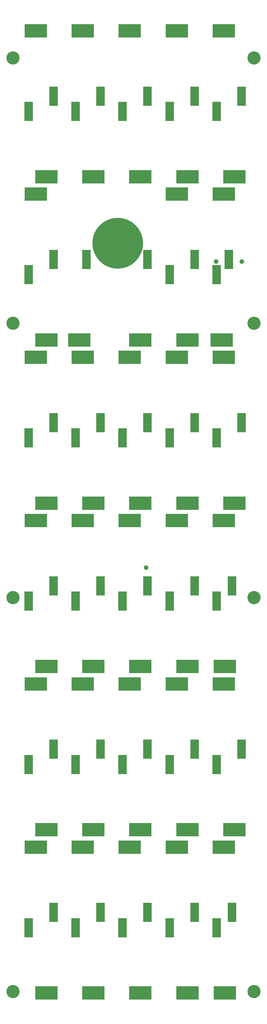
<source format=gts>
%FSLAX44Y44*%
%MOMM*%
G71*
G01*
G75*
G04 Layer_Color=8388736*
%ADD10R,2.5000X6.0000*%
%ADD11R,6.9850X4.0000*%
%ADD12C,1.0000*%
%ADD13C,16.0000*%
%ADD14C,4.0000*%
%ADD15C,1.2700*%
%ADD16R,1.2192X0.8128*%
%ADD17R,1.0200X3.8000*%
%ADD18R,0.3556X0.7620*%
%ADD19R,0.7620X0.3556*%
%ADD20R,2.7940X2.7940*%
%ADD21C,0.2540*%
%ADD22R,2.7032X6.2032*%
%ADD23R,7.1882X4.2032*%
%ADD24C,16.2032*%
%ADD25C,4.2032*%
%ADD26C,1.4732*%
D22*
X675240Y2903220D02*
D03*
X525240D02*
D03*
X375240D02*
D03*
X225240D02*
D03*
X75240D02*
D03*
X154760Y2951780D02*
D03*
X304760D02*
D03*
X454760D02*
D03*
X604760D02*
D03*
X754760D02*
D03*
X675240Y2383220D02*
D03*
X525240D02*
D03*
X75240D02*
D03*
X154760Y2431780D02*
D03*
X454760D02*
D03*
X259760D02*
D03*
X604760D02*
D03*
X714760D02*
D03*
X675240Y1863220D02*
D03*
X525240D02*
D03*
X375240D02*
D03*
X225240D02*
D03*
X75240D02*
D03*
X154760Y1911780D02*
D03*
X304760D02*
D03*
X454760D02*
D03*
X604760D02*
D03*
X754760D02*
D03*
X675240Y1343220D02*
D03*
X525240D02*
D03*
X375240D02*
D03*
X225240D02*
D03*
X75240D02*
D03*
X154760Y1391780D02*
D03*
X304760D02*
D03*
X454760D02*
D03*
X604760D02*
D03*
X724760D02*
D03*
X675240Y823220D02*
D03*
X525240D02*
D03*
X375240D02*
D03*
X225240D02*
D03*
X75240D02*
D03*
X154760Y871780D02*
D03*
X304760D02*
D03*
X454760D02*
D03*
X604760D02*
D03*
X754760D02*
D03*
X675240Y303220D02*
D03*
X525240D02*
D03*
X375240D02*
D03*
X225240D02*
D03*
X75240D02*
D03*
X154760Y351780D02*
D03*
X304760D02*
D03*
X454760D02*
D03*
X604760D02*
D03*
X724760D02*
D03*
D23*
X698100Y3159760D02*
D03*
X548100D02*
D03*
X398100D02*
D03*
X248100D02*
D03*
X98100D02*
D03*
X131900Y2695240D02*
D03*
X281900D02*
D03*
X431900D02*
D03*
X581900D02*
D03*
X731900D02*
D03*
X698100Y2639760D02*
D03*
X548100D02*
D03*
X98100D02*
D03*
X131900Y2175240D02*
D03*
X431900D02*
D03*
X236900D02*
D03*
X581900D02*
D03*
X691900D02*
D03*
X698100Y2119760D02*
D03*
X548100D02*
D03*
X398100D02*
D03*
X248100D02*
D03*
X98100D02*
D03*
X131900Y1655240D02*
D03*
X281900D02*
D03*
X431900D02*
D03*
X581900D02*
D03*
X731900D02*
D03*
X698100Y1599760D02*
D03*
X548100D02*
D03*
X398100D02*
D03*
X248100D02*
D03*
X98100D02*
D03*
X131900Y1135240D02*
D03*
X281900D02*
D03*
X431900D02*
D03*
X581900D02*
D03*
X701900D02*
D03*
X698100Y1079760D02*
D03*
X548100D02*
D03*
X398100D02*
D03*
X248100D02*
D03*
X98100D02*
D03*
X131900Y615240D02*
D03*
X281900D02*
D03*
X431900D02*
D03*
X581900D02*
D03*
X731900D02*
D03*
X698100Y559760D02*
D03*
X548100D02*
D03*
X398100D02*
D03*
X248100D02*
D03*
X98100D02*
D03*
X131900Y95240D02*
D03*
X281900D02*
D03*
X431900D02*
D03*
X581900D02*
D03*
X701900D02*
D03*
D24*
X360000Y2483000D02*
D03*
D25*
X795000Y100000D02*
D03*
Y1355000D02*
D03*
Y2228000D02*
D03*
Y3073500D02*
D03*
X25000Y100000D02*
D03*
Y1355000D02*
D03*
Y2228000D02*
D03*
Y3073500D02*
D03*
D26*
X450000Y1450000D02*
D03*
Y1380000D02*
D03*
X674000Y2425000D02*
D03*
X755727D02*
D03*
M02*

</source>
